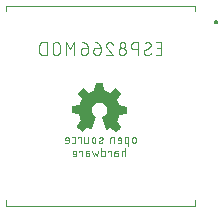
<source format=gbo>
G04 EAGLE Gerber RS-274X export*
G75*
%MOMM*%
%FSLAX34Y34*%
%LPD*%
%INSilkscreen Bottom*%
%IPPOS*%
%AMOC8*
5,1,8,0,0,1.08239X$1,22.5*%
G01*
%ADD10C,0.101600*%
%ADD11C,0.100000*%
%ADD12C,0.200000*%
%ADD13C,0.200000*%
%ADD14C,0.050800*%

G36*
X109140Y66472D02*
X109140Y66472D01*
X109192Y66477D01*
X109214Y66491D01*
X109225Y66493D01*
X109233Y66502D01*
X109262Y66520D01*
X110151Y67282D01*
X110152Y67283D01*
X110154Y67285D01*
X111297Y68301D01*
X111300Y68305D01*
X111308Y68311D01*
X112197Y69200D01*
X112200Y69204D01*
X112207Y69211D01*
X113223Y70354D01*
X113239Y70386D01*
X113253Y70402D01*
X113255Y70418D01*
X113279Y70457D01*
X113279Y70470D01*
X113284Y70481D01*
X113277Y70540D01*
X113276Y70598D01*
X113268Y70613D01*
X113267Y70621D01*
X113259Y70631D01*
X113239Y70671D01*
X109653Y75617D01*
X110459Y76998D01*
X110460Y77004D01*
X110467Y77013D01*
X110975Y78029D01*
X110977Y78041D01*
X110991Y78069D01*
X111372Y79339D01*
X111372Y79340D01*
X111373Y79342D01*
X111836Y80966D01*
X117901Y81956D01*
X117960Y81984D01*
X118020Y82010D01*
X118023Y82014D01*
X118028Y82017D01*
X118063Y82072D01*
X118100Y82126D01*
X118101Y82133D01*
X118103Y82136D01*
X118103Y82145D01*
X118113Y82206D01*
X118113Y87794D01*
X118095Y87857D01*
X118079Y87921D01*
X118076Y87924D01*
X118074Y87929D01*
X118025Y87973D01*
X117978Y88018D01*
X117971Y88020D01*
X117969Y88023D01*
X117960Y88024D01*
X117901Y88044D01*
X111815Y89038D01*
X111496Y89783D01*
X111119Y91163D01*
X111113Y91173D01*
X111105Y91202D01*
X110343Y92853D01*
X110337Y92860D01*
X110330Y92877D01*
X109652Y94008D01*
X113116Y99081D01*
X113136Y99140D01*
X113159Y99199D01*
X113157Y99207D01*
X113160Y99215D01*
X113145Y99276D01*
X113134Y99337D01*
X113127Y99346D01*
X113126Y99352D01*
X113117Y99360D01*
X113086Y99403D01*
X112457Y100033D01*
X111445Y101170D01*
X111441Y101173D01*
X111435Y101181D01*
X110165Y102451D01*
X110156Y102456D01*
X110141Y102472D01*
X108998Y103361D01*
X108951Y103380D01*
X108908Y103406D01*
X108887Y103405D01*
X108868Y103413D01*
X108818Y103404D01*
X108767Y103403D01*
X108741Y103389D01*
X108729Y103387D01*
X108720Y103379D01*
X108694Y103366D01*
X103747Y99779D01*
X102111Y100714D01*
X102100Y100716D01*
X102079Y100729D01*
X100809Y101237D01*
X100804Y101238D01*
X100795Y101242D01*
X99035Y101829D01*
X98044Y107775D01*
X98021Y107822D01*
X98005Y107873D01*
X97991Y107885D01*
X97983Y107902D01*
X97938Y107930D01*
X97898Y107964D01*
X97873Y107971D01*
X97863Y107977D01*
X97851Y107976D01*
X97819Y107985D01*
X96549Y108112D01*
X96541Y108111D01*
X96524Y108113D01*
X93603Y108113D01*
X93596Y108111D01*
X93582Y108112D01*
X92058Y107985D01*
X92008Y107966D01*
X91957Y107955D01*
X91944Y107942D01*
X91926Y107935D01*
X91895Y107893D01*
X91857Y107855D01*
X91849Y107831D01*
X91842Y107822D01*
X91841Y107810D01*
X91830Y107779D01*
X90717Y101721D01*
X89738Y101503D01*
X89727Y101497D01*
X89690Y101487D01*
X87404Y100471D01*
X87398Y100467D01*
X87384Y100461D01*
X86380Y99904D01*
X81303Y103495D01*
X81261Y103509D01*
X81224Y103532D01*
X81196Y103532D01*
X81170Y103541D01*
X81127Y103531D01*
X81083Y103530D01*
X81045Y103512D01*
X81033Y103509D01*
X81027Y103502D01*
X81010Y103494D01*
X80121Y102859D01*
X80116Y102853D01*
X80101Y102844D01*
X79085Y101955D01*
X79082Y101950D01*
X79073Y101943D01*
X77803Y100673D01*
X77799Y100665D01*
X77784Y100652D01*
X76768Y99382D01*
X76748Y99334D01*
X76721Y99290D01*
X76722Y99270D01*
X76714Y99252D01*
X76723Y99201D01*
X76724Y99149D01*
X76736Y99124D01*
X76738Y99113D01*
X76746Y99104D01*
X76760Y99076D01*
X80227Y94248D01*
X80172Y94138D01*
X79287Y92621D01*
X79285Y92612D01*
X79275Y92598D01*
X78640Y91201D01*
X78639Y91191D01*
X78629Y91170D01*
X78166Y89666D01*
X72094Y88551D01*
X72049Y88528D01*
X72000Y88513D01*
X71987Y88497D01*
X71968Y88488D01*
X71942Y88444D01*
X71909Y88406D01*
X71901Y88378D01*
X71895Y88367D01*
X71896Y88356D01*
X71888Y88327D01*
X71761Y87057D01*
X71761Y87056D01*
X71761Y87055D01*
X71634Y85658D01*
X71635Y85650D01*
X71633Y85635D01*
X71633Y82714D01*
X71650Y82653D01*
X71664Y82592D01*
X71670Y82586D01*
X71672Y82579D01*
X71719Y82537D01*
X71764Y82492D01*
X71773Y82489D01*
X71777Y82485D01*
X71788Y82483D01*
X71840Y82465D01*
X77903Y81351D01*
X78371Y79478D01*
X78375Y79472D01*
X78377Y79459D01*
X78885Y77935D01*
X78892Y77924D01*
X78906Y77887D01*
X79714Y76502D01*
X76123Y71301D01*
X76107Y71255D01*
X76084Y71213D01*
X76085Y71190D01*
X76078Y71167D01*
X76089Y71121D01*
X76092Y71073D01*
X76109Y71043D01*
X76112Y71030D01*
X76119Y71023D01*
X76131Y71002D01*
X77020Y69859D01*
X77025Y69855D01*
X77031Y69846D01*
X78047Y68703D01*
X78051Y68700D01*
X78057Y68692D01*
X78946Y67803D01*
X78951Y67800D01*
X78958Y67791D01*
X79974Y66902D01*
X80025Y66879D01*
X80072Y66849D01*
X80088Y66849D01*
X80102Y66843D01*
X80157Y66850D01*
X80213Y66850D01*
X80232Y66859D01*
X80242Y66861D01*
X80252Y66869D01*
X80286Y66886D01*
X85224Y70342D01*
X86605Y69422D01*
X86617Y69418D01*
X86648Y69399D01*
X88172Y68764D01*
X88189Y68762D01*
X88205Y68753D01*
X88258Y68754D01*
X88312Y68748D01*
X88328Y68756D01*
X88345Y68757D01*
X88390Y68786D01*
X88438Y68810D01*
X88448Y68825D01*
X88463Y68835D01*
X88504Y68904D01*
X92441Y78810D01*
X92447Y78874D01*
X92457Y78937D01*
X92454Y78943D01*
X92455Y78951D01*
X92426Y79008D01*
X92401Y79066D01*
X92394Y79072D01*
X92391Y79077D01*
X92382Y79082D01*
X92340Y79119D01*
X91197Y79828D01*
X90242Y80737D01*
X89492Y81822D01*
X88979Y83037D01*
X88725Y84331D01*
X88739Y85649D01*
X89023Y86937D01*
X89563Y88140D01*
X90337Y89207D01*
X91312Y90095D01*
X92448Y90765D01*
X93696Y91189D01*
X95004Y91349D01*
X96357Y91230D01*
X97652Y90823D01*
X98829Y90149D01*
X99835Y89238D01*
X100623Y88133D01*
X101156Y86885D01*
X101409Y85552D01*
X101371Y84195D01*
X101044Y82878D01*
X100442Y81662D01*
X99593Y80603D01*
X98538Y79750D01*
X97300Y79130D01*
X97249Y79083D01*
X97197Y79036D01*
X97197Y79035D01*
X97196Y79035D01*
X97178Y78967D01*
X97160Y78900D01*
X97160Y78899D01*
X97160Y78897D01*
X97174Y78820D01*
X100730Y68660D01*
X100750Y68633D01*
X100760Y68601D01*
X100790Y68577D01*
X100812Y68546D01*
X100843Y68533D01*
X100869Y68511D01*
X100907Y68507D01*
X100942Y68492D01*
X100975Y68498D01*
X101009Y68494D01*
X101075Y68516D01*
X101081Y68517D01*
X101082Y68518D01*
X101086Y68519D01*
X103873Y69973D01*
X108954Y66503D01*
X109005Y66486D01*
X109052Y66463D01*
X109071Y66465D01*
X109088Y66459D01*
X109140Y66472D01*
G37*
D10*
X142476Y131611D02*
X147358Y131611D01*
X147358Y142595D01*
X142476Y142595D01*
X143696Y137714D02*
X147358Y137714D01*
X135078Y131611D02*
X134982Y131613D01*
X134887Y131619D01*
X134791Y131628D01*
X134696Y131641D01*
X134602Y131658D01*
X134508Y131678D01*
X134415Y131703D01*
X134324Y131730D01*
X134233Y131762D01*
X134144Y131797D01*
X134056Y131835D01*
X133970Y131877D01*
X133885Y131922D01*
X133803Y131971D01*
X133722Y132022D01*
X133643Y132077D01*
X133567Y132135D01*
X133493Y132196D01*
X133421Y132260D01*
X133352Y132326D01*
X133286Y132395D01*
X133222Y132467D01*
X133161Y132541D01*
X133103Y132617D01*
X133048Y132696D01*
X132997Y132777D01*
X132948Y132859D01*
X132903Y132944D01*
X132861Y133030D01*
X132823Y133118D01*
X132788Y133207D01*
X132756Y133298D01*
X132729Y133389D01*
X132704Y133482D01*
X132684Y133576D01*
X132667Y133670D01*
X132654Y133765D01*
X132645Y133860D01*
X132639Y133956D01*
X132637Y134052D01*
X135078Y131611D02*
X135218Y131613D01*
X135359Y131619D01*
X135499Y131628D01*
X135639Y131642D01*
X135778Y131659D01*
X135917Y131680D01*
X136055Y131704D01*
X136192Y131733D01*
X136329Y131765D01*
X136465Y131801D01*
X136600Y131841D01*
X136733Y131884D01*
X136865Y131931D01*
X136996Y131981D01*
X137126Y132035D01*
X137254Y132093D01*
X137381Y132154D01*
X137505Y132218D01*
X137628Y132286D01*
X137749Y132357D01*
X137869Y132431D01*
X137986Y132509D01*
X138100Y132590D01*
X138213Y132673D01*
X138323Y132760D01*
X138431Y132850D01*
X138537Y132943D01*
X138639Y133038D01*
X138740Y133137D01*
X138435Y140154D02*
X138433Y140250D01*
X138427Y140346D01*
X138418Y140441D01*
X138405Y140536D01*
X138388Y140630D01*
X138368Y140724D01*
X138343Y140817D01*
X138316Y140908D01*
X138284Y140999D01*
X138249Y141088D01*
X138211Y141176D01*
X138169Y141262D01*
X138124Y141347D01*
X138075Y141429D01*
X138024Y141510D01*
X137969Y141589D01*
X137911Y141665D01*
X137850Y141739D01*
X137786Y141811D01*
X137720Y141880D01*
X137651Y141946D01*
X137579Y142010D01*
X137505Y142071D01*
X137429Y142129D01*
X137350Y142184D01*
X137269Y142235D01*
X137187Y142284D01*
X137102Y142329D01*
X137016Y142371D01*
X136928Y142409D01*
X136839Y142444D01*
X136748Y142476D01*
X136657Y142503D01*
X136564Y142528D01*
X136470Y142548D01*
X136376Y142565D01*
X136281Y142578D01*
X136186Y142587D01*
X136090Y142593D01*
X135994Y142595D01*
X135994Y142596D02*
X135860Y142594D01*
X135726Y142588D01*
X135593Y142578D01*
X135460Y142565D01*
X135327Y142547D01*
X135195Y142526D01*
X135063Y142500D01*
X134933Y142471D01*
X134803Y142438D01*
X134674Y142402D01*
X134547Y142361D01*
X134420Y142317D01*
X134295Y142269D01*
X134172Y142218D01*
X134050Y142162D01*
X133929Y142104D01*
X133811Y142042D01*
X133694Y141976D01*
X133579Y141907D01*
X133467Y141835D01*
X133356Y141759D01*
X133248Y141681D01*
X137214Y138018D02*
X137298Y138070D01*
X137380Y138125D01*
X137460Y138184D01*
X137537Y138246D01*
X137612Y138310D01*
X137684Y138378D01*
X137754Y138448D01*
X137821Y138522D01*
X137884Y138597D01*
X137945Y138676D01*
X138002Y138756D01*
X138057Y138839D01*
X138107Y138924D01*
X138155Y139011D01*
X138199Y139100D01*
X138239Y139190D01*
X138276Y139282D01*
X138309Y139375D01*
X138338Y139470D01*
X138363Y139566D01*
X138385Y139662D01*
X138402Y139760D01*
X138416Y139858D01*
X138426Y139956D01*
X138432Y140055D01*
X138434Y140154D01*
X133857Y136188D02*
X133773Y136136D01*
X133691Y136081D01*
X133611Y136022D01*
X133534Y135960D01*
X133459Y135896D01*
X133387Y135828D01*
X133317Y135758D01*
X133250Y135684D01*
X133187Y135609D01*
X133126Y135530D01*
X133069Y135450D01*
X133014Y135367D01*
X132964Y135282D01*
X132916Y135195D01*
X132872Y135106D01*
X132832Y135016D01*
X132795Y134924D01*
X132762Y134831D01*
X132733Y134736D01*
X132708Y134640D01*
X132686Y134544D01*
X132669Y134446D01*
X132655Y134348D01*
X132645Y134250D01*
X132639Y134151D01*
X132637Y134052D01*
X133858Y136188D02*
X137214Y138019D01*
X127775Y142595D02*
X127775Y131611D01*
X127775Y142595D02*
X124724Y142595D01*
X124615Y142593D01*
X124506Y142587D01*
X124398Y142578D01*
X124290Y142564D01*
X124182Y142547D01*
X124075Y142525D01*
X123969Y142500D01*
X123864Y142471D01*
X123760Y142439D01*
X123658Y142403D01*
X123556Y142363D01*
X123457Y142319D01*
X123358Y142272D01*
X123262Y142222D01*
X123167Y142168D01*
X123075Y142111D01*
X122984Y142050D01*
X122896Y141986D01*
X122810Y141920D01*
X122726Y141850D01*
X122645Y141777D01*
X122567Y141701D01*
X122491Y141623D01*
X122418Y141542D01*
X122348Y141458D01*
X122282Y141372D01*
X122218Y141284D01*
X122157Y141193D01*
X122100Y141101D01*
X122046Y141006D01*
X121996Y140910D01*
X121949Y140811D01*
X121905Y140712D01*
X121865Y140610D01*
X121829Y140508D01*
X121797Y140404D01*
X121768Y140299D01*
X121743Y140193D01*
X121721Y140086D01*
X121704Y139978D01*
X121690Y139870D01*
X121681Y139762D01*
X121675Y139653D01*
X121673Y139544D01*
X121675Y139435D01*
X121681Y139326D01*
X121690Y139218D01*
X121704Y139110D01*
X121721Y139002D01*
X121743Y138895D01*
X121768Y138789D01*
X121797Y138684D01*
X121829Y138580D01*
X121865Y138478D01*
X121905Y138376D01*
X121949Y138277D01*
X121996Y138178D01*
X122046Y138082D01*
X122100Y137987D01*
X122157Y137895D01*
X122218Y137804D01*
X122282Y137716D01*
X122348Y137630D01*
X122418Y137546D01*
X122491Y137465D01*
X122567Y137387D01*
X122645Y137311D01*
X122726Y137238D01*
X122810Y137168D01*
X122896Y137102D01*
X122984Y137038D01*
X123075Y136977D01*
X123167Y136920D01*
X123262Y136866D01*
X123358Y136816D01*
X123457Y136769D01*
X123556Y136725D01*
X123658Y136685D01*
X123760Y136649D01*
X123864Y136617D01*
X123969Y136588D01*
X124075Y136563D01*
X124182Y136541D01*
X124290Y136524D01*
X124398Y136510D01*
X124506Y136501D01*
X124615Y136495D01*
X124724Y136493D01*
X127775Y136493D01*
X117500Y134662D02*
X117498Y134771D01*
X117492Y134880D01*
X117483Y134988D01*
X117469Y135096D01*
X117452Y135204D01*
X117430Y135311D01*
X117405Y135417D01*
X117376Y135522D01*
X117344Y135626D01*
X117308Y135728D01*
X117268Y135830D01*
X117224Y135929D01*
X117177Y136028D01*
X117127Y136124D01*
X117073Y136219D01*
X117016Y136311D01*
X116955Y136402D01*
X116891Y136490D01*
X116825Y136576D01*
X116755Y136660D01*
X116682Y136741D01*
X116606Y136819D01*
X116528Y136895D01*
X116447Y136968D01*
X116363Y137038D01*
X116277Y137104D01*
X116189Y137168D01*
X116098Y137229D01*
X116006Y137286D01*
X115911Y137340D01*
X115815Y137390D01*
X115716Y137437D01*
X115617Y137481D01*
X115515Y137521D01*
X115413Y137557D01*
X115309Y137589D01*
X115204Y137618D01*
X115098Y137643D01*
X114991Y137665D01*
X114883Y137682D01*
X114775Y137696D01*
X114667Y137705D01*
X114558Y137711D01*
X114449Y137713D01*
X114340Y137711D01*
X114231Y137705D01*
X114123Y137696D01*
X114015Y137682D01*
X113907Y137665D01*
X113800Y137643D01*
X113694Y137618D01*
X113589Y137589D01*
X113485Y137557D01*
X113383Y137521D01*
X113281Y137481D01*
X113182Y137437D01*
X113083Y137390D01*
X112987Y137340D01*
X112892Y137286D01*
X112800Y137229D01*
X112709Y137168D01*
X112621Y137104D01*
X112535Y137038D01*
X112451Y136968D01*
X112370Y136895D01*
X112292Y136819D01*
X112216Y136741D01*
X112143Y136660D01*
X112073Y136576D01*
X112007Y136490D01*
X111943Y136402D01*
X111882Y136311D01*
X111825Y136219D01*
X111771Y136124D01*
X111721Y136028D01*
X111674Y135929D01*
X111630Y135830D01*
X111590Y135728D01*
X111554Y135626D01*
X111522Y135522D01*
X111493Y135417D01*
X111468Y135311D01*
X111446Y135204D01*
X111429Y135096D01*
X111415Y134988D01*
X111406Y134880D01*
X111400Y134771D01*
X111398Y134662D01*
X111400Y134553D01*
X111406Y134444D01*
X111415Y134336D01*
X111429Y134228D01*
X111446Y134120D01*
X111468Y134013D01*
X111493Y133907D01*
X111522Y133802D01*
X111554Y133698D01*
X111590Y133596D01*
X111630Y133494D01*
X111674Y133395D01*
X111721Y133296D01*
X111771Y133200D01*
X111825Y133105D01*
X111882Y133013D01*
X111943Y132922D01*
X112007Y132834D01*
X112073Y132748D01*
X112143Y132664D01*
X112216Y132583D01*
X112292Y132505D01*
X112370Y132429D01*
X112451Y132356D01*
X112535Y132286D01*
X112621Y132220D01*
X112709Y132156D01*
X112800Y132095D01*
X112892Y132038D01*
X112987Y131984D01*
X113083Y131934D01*
X113182Y131887D01*
X113281Y131843D01*
X113383Y131803D01*
X113485Y131767D01*
X113589Y131735D01*
X113694Y131706D01*
X113800Y131681D01*
X113907Y131659D01*
X114015Y131642D01*
X114123Y131628D01*
X114231Y131619D01*
X114340Y131613D01*
X114449Y131611D01*
X114558Y131613D01*
X114667Y131619D01*
X114775Y131628D01*
X114883Y131642D01*
X114991Y131659D01*
X115098Y131681D01*
X115204Y131706D01*
X115309Y131735D01*
X115413Y131767D01*
X115515Y131803D01*
X115617Y131843D01*
X115716Y131887D01*
X115815Y131934D01*
X115911Y131984D01*
X116006Y132038D01*
X116098Y132095D01*
X116189Y132156D01*
X116277Y132220D01*
X116363Y132286D01*
X116447Y132356D01*
X116528Y132429D01*
X116606Y132505D01*
X116682Y132583D01*
X116755Y132664D01*
X116825Y132748D01*
X116891Y132834D01*
X116955Y132922D01*
X117016Y133013D01*
X117073Y133105D01*
X117127Y133200D01*
X117177Y133296D01*
X117224Y133395D01*
X117268Y133494D01*
X117308Y133596D01*
X117344Y133698D01*
X117376Y133802D01*
X117405Y133907D01*
X117430Y134013D01*
X117452Y134120D01*
X117469Y134228D01*
X117483Y134336D01*
X117492Y134444D01*
X117498Y134553D01*
X117500Y134662D01*
X116890Y140154D02*
X116888Y140251D01*
X116882Y140348D01*
X116873Y140445D01*
X116859Y140541D01*
X116842Y140636D01*
X116821Y140731D01*
X116796Y140825D01*
X116768Y140918D01*
X116735Y141009D01*
X116700Y141099D01*
X116660Y141188D01*
X116617Y141275D01*
X116571Y141360D01*
X116521Y141444D01*
X116468Y141525D01*
X116412Y141604D01*
X116353Y141681D01*
X116291Y141756D01*
X116226Y141828D01*
X116158Y141897D01*
X116087Y141964D01*
X116014Y142027D01*
X115938Y142088D01*
X115860Y142146D01*
X115780Y142200D01*
X115697Y142252D01*
X115613Y142300D01*
X115527Y142344D01*
X115439Y142385D01*
X115349Y142423D01*
X115258Y142457D01*
X115166Y142487D01*
X115073Y142514D01*
X114979Y142537D01*
X114883Y142556D01*
X114788Y142571D01*
X114691Y142583D01*
X114595Y142591D01*
X114498Y142595D01*
X114400Y142595D01*
X114303Y142591D01*
X114207Y142583D01*
X114110Y142571D01*
X114015Y142556D01*
X113919Y142537D01*
X113825Y142514D01*
X113732Y142487D01*
X113640Y142457D01*
X113549Y142423D01*
X113459Y142385D01*
X113371Y142344D01*
X113285Y142300D01*
X113201Y142252D01*
X113118Y142200D01*
X113038Y142146D01*
X112960Y142088D01*
X112884Y142027D01*
X112811Y141964D01*
X112740Y141897D01*
X112672Y141828D01*
X112607Y141756D01*
X112545Y141681D01*
X112486Y141604D01*
X112430Y141525D01*
X112377Y141444D01*
X112327Y141360D01*
X112281Y141275D01*
X112238Y141188D01*
X112198Y141099D01*
X112163Y141009D01*
X112130Y140918D01*
X112102Y140825D01*
X112077Y140731D01*
X112056Y140636D01*
X112039Y140541D01*
X112025Y140445D01*
X112016Y140348D01*
X112010Y140251D01*
X112008Y140154D01*
X112010Y140057D01*
X112016Y139960D01*
X112025Y139863D01*
X112039Y139767D01*
X112056Y139672D01*
X112077Y139577D01*
X112102Y139483D01*
X112130Y139390D01*
X112163Y139299D01*
X112198Y139209D01*
X112238Y139120D01*
X112281Y139033D01*
X112327Y138948D01*
X112377Y138864D01*
X112430Y138783D01*
X112486Y138704D01*
X112545Y138627D01*
X112607Y138552D01*
X112672Y138480D01*
X112740Y138411D01*
X112811Y138344D01*
X112884Y138281D01*
X112960Y138220D01*
X113038Y138162D01*
X113118Y138108D01*
X113201Y138056D01*
X113285Y138008D01*
X113371Y137964D01*
X113459Y137923D01*
X113549Y137885D01*
X113640Y137851D01*
X113732Y137821D01*
X113825Y137794D01*
X113919Y137771D01*
X114015Y137752D01*
X114110Y137737D01*
X114207Y137725D01*
X114303Y137717D01*
X114400Y137713D01*
X114498Y137713D01*
X114595Y137717D01*
X114691Y137725D01*
X114788Y137737D01*
X114883Y137752D01*
X114979Y137771D01*
X115073Y137794D01*
X115166Y137821D01*
X115258Y137851D01*
X115349Y137885D01*
X115439Y137923D01*
X115527Y137964D01*
X115613Y138008D01*
X115697Y138056D01*
X115780Y138108D01*
X115860Y138162D01*
X115938Y138220D01*
X116014Y138281D01*
X116087Y138344D01*
X116158Y138411D01*
X116226Y138480D01*
X116291Y138552D01*
X116353Y138627D01*
X116412Y138704D01*
X116468Y138783D01*
X116521Y138864D01*
X116571Y138948D01*
X116617Y139033D01*
X116660Y139120D01*
X116700Y139209D01*
X116735Y139299D01*
X116768Y139390D01*
X116796Y139483D01*
X116821Y139577D01*
X116842Y139672D01*
X116859Y139767D01*
X116873Y139863D01*
X116882Y139960D01*
X116888Y140057D01*
X116890Y140154D01*
X103343Y142595D02*
X103240Y142593D01*
X103138Y142587D01*
X103036Y142578D01*
X102934Y142564D01*
X102832Y142547D01*
X102732Y142526D01*
X102632Y142501D01*
X102534Y142473D01*
X102436Y142441D01*
X102340Y142405D01*
X102245Y142366D01*
X102152Y142323D01*
X102060Y142277D01*
X101970Y142227D01*
X101882Y142174D01*
X101796Y142118D01*
X101712Y142058D01*
X101631Y141996D01*
X101552Y141930D01*
X101475Y141862D01*
X101401Y141791D01*
X101330Y141717D01*
X101262Y141640D01*
X101196Y141561D01*
X101134Y141480D01*
X101074Y141396D01*
X101018Y141310D01*
X100965Y141222D01*
X100915Y141132D01*
X100869Y141040D01*
X100826Y140947D01*
X100787Y140852D01*
X100751Y140756D01*
X100719Y140658D01*
X100691Y140560D01*
X100666Y140460D01*
X100645Y140360D01*
X100628Y140258D01*
X100614Y140156D01*
X100605Y140054D01*
X100599Y139952D01*
X100597Y139849D01*
X103343Y142596D02*
X103460Y142594D01*
X103576Y142588D01*
X103693Y142579D01*
X103809Y142565D01*
X103924Y142548D01*
X104039Y142527D01*
X104153Y142502D01*
X104266Y142473D01*
X104378Y142441D01*
X104489Y142405D01*
X104599Y142365D01*
X104708Y142321D01*
X104814Y142274D01*
X104920Y142224D01*
X105023Y142170D01*
X105125Y142113D01*
X105225Y142052D01*
X105323Y141988D01*
X105418Y141921D01*
X105511Y141851D01*
X105602Y141778D01*
X105691Y141701D01*
X105777Y141622D01*
X105860Y141540D01*
X105940Y141456D01*
X106018Y141369D01*
X106092Y141279D01*
X106164Y141187D01*
X106233Y141092D01*
X106298Y140995D01*
X106360Y140897D01*
X106419Y140796D01*
X106474Y140693D01*
X106527Y140588D01*
X106575Y140482D01*
X106620Y140375D01*
X106662Y140265D01*
X106699Y140155D01*
X101513Y137714D02*
X101439Y137786D01*
X101368Y137862D01*
X101299Y137940D01*
X101234Y138020D01*
X101171Y138103D01*
X101111Y138187D01*
X101054Y138274D01*
X101000Y138363D01*
X100949Y138454D01*
X100902Y138546D01*
X100857Y138640D01*
X100816Y138735D01*
X100779Y138832D01*
X100745Y138930D01*
X100714Y139029D01*
X100687Y139130D01*
X100664Y139231D01*
X100644Y139333D01*
X100627Y139435D01*
X100614Y139538D01*
X100605Y139642D01*
X100600Y139745D01*
X100598Y139849D01*
X101513Y137714D02*
X106700Y131611D01*
X100597Y131611D01*
X95900Y137714D02*
X92238Y137714D01*
X92140Y137712D01*
X92042Y137706D01*
X91944Y137696D01*
X91846Y137682D01*
X91750Y137665D01*
X91654Y137643D01*
X91559Y137618D01*
X91465Y137588D01*
X91372Y137555D01*
X91281Y137519D01*
X91192Y137478D01*
X91104Y137434D01*
X91018Y137387D01*
X90933Y137336D01*
X90851Y137282D01*
X90772Y137224D01*
X90694Y137164D01*
X90619Y137100D01*
X90547Y137033D01*
X90478Y136964D01*
X90411Y136892D01*
X90347Y136817D01*
X90287Y136739D01*
X90229Y136660D01*
X90175Y136578D01*
X90124Y136494D01*
X90077Y136407D01*
X90033Y136319D01*
X89992Y136230D01*
X89956Y136139D01*
X89923Y136046D01*
X89893Y135952D01*
X89868Y135857D01*
X89846Y135761D01*
X89829Y135665D01*
X89815Y135567D01*
X89805Y135469D01*
X89799Y135371D01*
X89797Y135273D01*
X89797Y134662D01*
X89798Y134662D02*
X89800Y134553D01*
X89806Y134444D01*
X89815Y134336D01*
X89829Y134228D01*
X89846Y134120D01*
X89868Y134013D01*
X89893Y133907D01*
X89922Y133802D01*
X89954Y133698D01*
X89990Y133596D01*
X90030Y133494D01*
X90074Y133395D01*
X90121Y133296D01*
X90171Y133200D01*
X90225Y133105D01*
X90282Y133013D01*
X90343Y132922D01*
X90407Y132834D01*
X90473Y132748D01*
X90543Y132664D01*
X90616Y132583D01*
X90692Y132505D01*
X90770Y132429D01*
X90851Y132356D01*
X90935Y132286D01*
X91021Y132220D01*
X91109Y132156D01*
X91200Y132095D01*
X91292Y132038D01*
X91387Y131984D01*
X91483Y131934D01*
X91582Y131887D01*
X91681Y131843D01*
X91783Y131803D01*
X91885Y131767D01*
X91989Y131735D01*
X92094Y131706D01*
X92200Y131681D01*
X92307Y131659D01*
X92415Y131642D01*
X92523Y131628D01*
X92631Y131619D01*
X92740Y131613D01*
X92849Y131611D01*
X92958Y131613D01*
X93067Y131619D01*
X93175Y131628D01*
X93283Y131642D01*
X93391Y131659D01*
X93498Y131681D01*
X93604Y131706D01*
X93709Y131735D01*
X93813Y131767D01*
X93915Y131803D01*
X94017Y131843D01*
X94116Y131887D01*
X94215Y131934D01*
X94311Y131984D01*
X94406Y132038D01*
X94498Y132095D01*
X94589Y132156D01*
X94677Y132220D01*
X94763Y132286D01*
X94847Y132356D01*
X94928Y132429D01*
X95006Y132505D01*
X95082Y132583D01*
X95155Y132664D01*
X95225Y132748D01*
X95291Y132834D01*
X95355Y132922D01*
X95416Y133013D01*
X95473Y133105D01*
X95527Y133200D01*
X95577Y133296D01*
X95624Y133395D01*
X95668Y133494D01*
X95708Y133596D01*
X95744Y133698D01*
X95776Y133802D01*
X95805Y133907D01*
X95830Y134013D01*
X95852Y134120D01*
X95869Y134228D01*
X95883Y134336D01*
X95892Y134444D01*
X95898Y134553D01*
X95900Y134662D01*
X95900Y137714D01*
X95898Y137851D01*
X95892Y137988D01*
X95883Y138124D01*
X95869Y138261D01*
X95852Y138396D01*
X95831Y138532D01*
X95806Y138666D01*
X95778Y138800D01*
X95745Y138933D01*
X95709Y139066D01*
X95669Y139197D01*
X95626Y139326D01*
X95579Y139455D01*
X95528Y139582D01*
X95474Y139708D01*
X95417Y139832D01*
X95355Y139955D01*
X95291Y140076D01*
X95223Y140194D01*
X95152Y140311D01*
X95077Y140426D01*
X95000Y140539D01*
X94919Y140650D01*
X94835Y140758D01*
X94748Y140864D01*
X94658Y140967D01*
X94566Y141068D01*
X94470Y141166D01*
X94372Y141262D01*
X94271Y141354D01*
X94168Y141444D01*
X94062Y141531D01*
X93954Y141615D01*
X93843Y141696D01*
X93730Y141773D01*
X93615Y141848D01*
X93498Y141919D01*
X93380Y141987D01*
X93259Y142051D01*
X93136Y142113D01*
X93012Y142170D01*
X92886Y142224D01*
X92759Y142275D01*
X92630Y142322D01*
X92501Y142365D01*
X92370Y142405D01*
X92237Y142441D01*
X92104Y142474D01*
X91970Y142502D01*
X91836Y142527D01*
X91700Y142548D01*
X91565Y142565D01*
X91428Y142579D01*
X91292Y142588D01*
X91155Y142594D01*
X91018Y142596D01*
X85100Y137714D02*
X81438Y137714D01*
X81340Y137712D01*
X81242Y137706D01*
X81144Y137696D01*
X81046Y137682D01*
X80950Y137665D01*
X80854Y137643D01*
X80759Y137618D01*
X80665Y137588D01*
X80572Y137555D01*
X80481Y137519D01*
X80392Y137478D01*
X80304Y137434D01*
X80218Y137387D01*
X80133Y137336D01*
X80051Y137282D01*
X79972Y137224D01*
X79894Y137164D01*
X79819Y137100D01*
X79747Y137033D01*
X79678Y136964D01*
X79611Y136892D01*
X79547Y136817D01*
X79487Y136739D01*
X79429Y136660D01*
X79375Y136578D01*
X79324Y136494D01*
X79277Y136407D01*
X79233Y136319D01*
X79192Y136230D01*
X79156Y136139D01*
X79123Y136046D01*
X79093Y135952D01*
X79068Y135857D01*
X79046Y135761D01*
X79029Y135665D01*
X79015Y135567D01*
X79005Y135469D01*
X78999Y135371D01*
X78997Y135273D01*
X78998Y135273D02*
X78998Y134662D01*
X79000Y134553D01*
X79006Y134444D01*
X79015Y134336D01*
X79029Y134228D01*
X79046Y134120D01*
X79068Y134013D01*
X79093Y133907D01*
X79122Y133802D01*
X79154Y133698D01*
X79190Y133596D01*
X79230Y133494D01*
X79274Y133395D01*
X79321Y133296D01*
X79371Y133200D01*
X79425Y133105D01*
X79482Y133013D01*
X79543Y132922D01*
X79607Y132834D01*
X79673Y132748D01*
X79743Y132664D01*
X79816Y132583D01*
X79892Y132505D01*
X79970Y132429D01*
X80051Y132356D01*
X80135Y132286D01*
X80221Y132220D01*
X80309Y132156D01*
X80400Y132095D01*
X80492Y132038D01*
X80587Y131984D01*
X80683Y131934D01*
X80782Y131887D01*
X80881Y131843D01*
X80983Y131803D01*
X81085Y131767D01*
X81189Y131735D01*
X81294Y131706D01*
X81400Y131681D01*
X81507Y131659D01*
X81615Y131642D01*
X81723Y131628D01*
X81831Y131619D01*
X81940Y131613D01*
X82049Y131611D01*
X82158Y131613D01*
X82267Y131619D01*
X82375Y131628D01*
X82483Y131642D01*
X82591Y131659D01*
X82698Y131681D01*
X82804Y131706D01*
X82909Y131735D01*
X83013Y131767D01*
X83115Y131803D01*
X83217Y131843D01*
X83316Y131887D01*
X83415Y131934D01*
X83511Y131984D01*
X83606Y132038D01*
X83698Y132095D01*
X83789Y132156D01*
X83877Y132220D01*
X83963Y132286D01*
X84047Y132356D01*
X84128Y132429D01*
X84206Y132505D01*
X84282Y132583D01*
X84355Y132664D01*
X84425Y132748D01*
X84491Y132834D01*
X84555Y132922D01*
X84616Y133013D01*
X84673Y133105D01*
X84727Y133200D01*
X84777Y133296D01*
X84824Y133395D01*
X84868Y133494D01*
X84908Y133596D01*
X84944Y133698D01*
X84976Y133802D01*
X85005Y133907D01*
X85030Y134013D01*
X85052Y134120D01*
X85069Y134228D01*
X85083Y134336D01*
X85092Y134444D01*
X85098Y134553D01*
X85100Y134662D01*
X85100Y137714D01*
X85098Y137851D01*
X85092Y137988D01*
X85083Y138124D01*
X85069Y138261D01*
X85052Y138396D01*
X85031Y138532D01*
X85006Y138666D01*
X84978Y138800D01*
X84945Y138933D01*
X84909Y139066D01*
X84869Y139197D01*
X84826Y139326D01*
X84779Y139455D01*
X84728Y139582D01*
X84674Y139708D01*
X84617Y139832D01*
X84555Y139955D01*
X84491Y140076D01*
X84423Y140194D01*
X84352Y140311D01*
X84277Y140426D01*
X84200Y140539D01*
X84119Y140650D01*
X84035Y140758D01*
X83948Y140864D01*
X83858Y140967D01*
X83766Y141068D01*
X83670Y141166D01*
X83572Y141262D01*
X83471Y141354D01*
X83368Y141444D01*
X83262Y141531D01*
X83154Y141615D01*
X83043Y141696D01*
X82930Y141773D01*
X82815Y141848D01*
X82698Y141919D01*
X82580Y141987D01*
X82459Y142051D01*
X82336Y142113D01*
X82212Y142170D01*
X82086Y142224D01*
X81959Y142275D01*
X81830Y142322D01*
X81701Y142365D01*
X81570Y142405D01*
X81437Y142441D01*
X81304Y142474D01*
X81170Y142502D01*
X81036Y142527D01*
X80900Y142548D01*
X80765Y142565D01*
X80628Y142579D01*
X80492Y142588D01*
X80355Y142594D01*
X80218Y142596D01*
X73830Y142595D02*
X73830Y131611D01*
X70169Y136493D02*
X73830Y142595D01*
X70169Y136493D02*
X66507Y142595D01*
X66507Y131611D01*
X61340Y134662D02*
X61340Y139544D01*
X61338Y139653D01*
X61332Y139762D01*
X61323Y139870D01*
X61309Y139978D01*
X61292Y140086D01*
X61270Y140193D01*
X61245Y140299D01*
X61216Y140404D01*
X61184Y140508D01*
X61148Y140610D01*
X61108Y140712D01*
X61064Y140811D01*
X61017Y140910D01*
X60967Y141006D01*
X60913Y141101D01*
X60856Y141193D01*
X60795Y141284D01*
X60731Y141372D01*
X60665Y141458D01*
X60595Y141542D01*
X60522Y141623D01*
X60446Y141701D01*
X60368Y141777D01*
X60287Y141850D01*
X60203Y141920D01*
X60117Y141986D01*
X60029Y142050D01*
X59938Y142111D01*
X59846Y142168D01*
X59751Y142222D01*
X59655Y142272D01*
X59556Y142319D01*
X59457Y142363D01*
X59355Y142403D01*
X59253Y142439D01*
X59149Y142471D01*
X59044Y142500D01*
X58938Y142525D01*
X58831Y142547D01*
X58723Y142564D01*
X58615Y142578D01*
X58507Y142587D01*
X58398Y142593D01*
X58289Y142595D01*
X58180Y142593D01*
X58071Y142587D01*
X57963Y142578D01*
X57855Y142564D01*
X57747Y142547D01*
X57640Y142525D01*
X57534Y142500D01*
X57429Y142471D01*
X57325Y142439D01*
X57223Y142403D01*
X57121Y142363D01*
X57022Y142319D01*
X56923Y142272D01*
X56827Y142222D01*
X56732Y142168D01*
X56640Y142111D01*
X56549Y142050D01*
X56461Y141986D01*
X56375Y141920D01*
X56291Y141850D01*
X56210Y141777D01*
X56132Y141701D01*
X56056Y141623D01*
X55983Y141542D01*
X55913Y141458D01*
X55847Y141372D01*
X55783Y141284D01*
X55722Y141193D01*
X55665Y141101D01*
X55611Y141006D01*
X55561Y140910D01*
X55514Y140811D01*
X55470Y140712D01*
X55430Y140610D01*
X55394Y140508D01*
X55362Y140404D01*
X55333Y140299D01*
X55308Y140193D01*
X55286Y140086D01*
X55269Y139978D01*
X55255Y139870D01*
X55246Y139762D01*
X55240Y139653D01*
X55238Y139544D01*
X55238Y134662D01*
X55240Y134553D01*
X55246Y134444D01*
X55255Y134336D01*
X55269Y134228D01*
X55286Y134120D01*
X55308Y134013D01*
X55333Y133907D01*
X55362Y133802D01*
X55394Y133698D01*
X55430Y133596D01*
X55470Y133494D01*
X55514Y133395D01*
X55561Y133296D01*
X55611Y133200D01*
X55665Y133105D01*
X55722Y133013D01*
X55783Y132922D01*
X55847Y132834D01*
X55913Y132748D01*
X55983Y132664D01*
X56056Y132583D01*
X56132Y132505D01*
X56210Y132429D01*
X56291Y132356D01*
X56375Y132286D01*
X56461Y132220D01*
X56549Y132156D01*
X56640Y132095D01*
X56732Y132038D01*
X56827Y131984D01*
X56923Y131934D01*
X57022Y131887D01*
X57121Y131843D01*
X57223Y131803D01*
X57325Y131767D01*
X57429Y131735D01*
X57534Y131706D01*
X57640Y131681D01*
X57747Y131659D01*
X57855Y131642D01*
X57963Y131628D01*
X58071Y131619D01*
X58180Y131613D01*
X58289Y131611D01*
X58398Y131613D01*
X58507Y131619D01*
X58615Y131628D01*
X58723Y131642D01*
X58831Y131659D01*
X58938Y131681D01*
X59044Y131706D01*
X59149Y131735D01*
X59253Y131767D01*
X59355Y131803D01*
X59457Y131843D01*
X59556Y131887D01*
X59655Y131934D01*
X59751Y131984D01*
X59846Y132038D01*
X59938Y132095D01*
X60029Y132156D01*
X60117Y132220D01*
X60203Y132286D01*
X60287Y132356D01*
X60368Y132429D01*
X60446Y132505D01*
X60522Y132583D01*
X60595Y132664D01*
X60665Y132748D01*
X60731Y132834D01*
X60795Y132922D01*
X60856Y133013D01*
X60913Y133105D01*
X60967Y133200D01*
X61017Y133296D01*
X61064Y133395D01*
X61108Y133494D01*
X61148Y133596D01*
X61184Y133698D01*
X61216Y133802D01*
X61245Y133907D01*
X61270Y134013D01*
X61292Y134120D01*
X61309Y134228D01*
X61323Y134336D01*
X61332Y134444D01*
X61338Y134553D01*
X61340Y134662D01*
X50180Y131611D02*
X50180Y142595D01*
X47129Y142595D01*
X47020Y142593D01*
X46911Y142587D01*
X46803Y142578D01*
X46695Y142564D01*
X46587Y142547D01*
X46480Y142525D01*
X46374Y142500D01*
X46269Y142471D01*
X46165Y142439D01*
X46063Y142403D01*
X45961Y142363D01*
X45862Y142319D01*
X45763Y142272D01*
X45667Y142222D01*
X45572Y142168D01*
X45480Y142111D01*
X45389Y142050D01*
X45301Y141986D01*
X45215Y141920D01*
X45131Y141850D01*
X45050Y141777D01*
X44972Y141701D01*
X44896Y141623D01*
X44823Y141542D01*
X44753Y141458D01*
X44687Y141372D01*
X44623Y141284D01*
X44562Y141193D01*
X44505Y141101D01*
X44451Y141006D01*
X44401Y140910D01*
X44354Y140811D01*
X44310Y140712D01*
X44270Y140610D01*
X44234Y140508D01*
X44202Y140404D01*
X44173Y140299D01*
X44148Y140193D01*
X44126Y140086D01*
X44109Y139978D01*
X44095Y139870D01*
X44086Y139762D01*
X44080Y139653D01*
X44078Y139544D01*
X44078Y134662D01*
X44080Y134553D01*
X44086Y134444D01*
X44095Y134336D01*
X44109Y134228D01*
X44126Y134120D01*
X44148Y134013D01*
X44173Y133907D01*
X44202Y133802D01*
X44234Y133698D01*
X44270Y133596D01*
X44310Y133494D01*
X44354Y133395D01*
X44401Y133296D01*
X44451Y133200D01*
X44505Y133105D01*
X44562Y133013D01*
X44623Y132922D01*
X44687Y132834D01*
X44753Y132748D01*
X44823Y132664D01*
X44896Y132583D01*
X44972Y132505D01*
X45050Y132429D01*
X45131Y132356D01*
X45215Y132286D01*
X45301Y132220D01*
X45389Y132156D01*
X45480Y132095D01*
X45572Y132038D01*
X45667Y131984D01*
X45763Y131934D01*
X45862Y131887D01*
X45961Y131843D01*
X46063Y131803D01*
X46165Y131767D01*
X46269Y131735D01*
X46374Y131706D01*
X46480Y131681D01*
X46587Y131659D01*
X46695Y131642D01*
X46803Y131628D01*
X46911Y131619D01*
X47020Y131613D01*
X47129Y131611D01*
X50180Y131611D01*
D11*
X175806Y168548D02*
X175806Y173548D01*
X15806Y173548D01*
X15806Y168548D01*
X175806Y8548D02*
X175806Y3548D01*
X15806Y3548D01*
X15806Y8548D01*
D12*
X193806Y160548D03*
D13*
X193868Y160546D01*
X193929Y160540D01*
X193990Y160531D01*
X194050Y160518D01*
X194109Y160501D01*
X194167Y160480D01*
X194224Y160456D01*
X194279Y160429D01*
X194332Y160398D01*
X194384Y160364D01*
X194433Y160327D01*
X194480Y160287D01*
X194524Y160244D01*
X194565Y160199D01*
X194604Y160151D01*
X194640Y160100D01*
X194672Y160048D01*
X194701Y159994D01*
X194727Y159938D01*
X194749Y159880D01*
X194768Y159822D01*
X194783Y159762D01*
X194794Y159701D01*
X194802Y159640D01*
X194806Y159579D01*
X194806Y159517D01*
X194802Y159456D01*
X194794Y159395D01*
X194783Y159334D01*
X194768Y159274D01*
X194749Y159216D01*
X194727Y159158D01*
X194701Y159102D01*
X194672Y159048D01*
X194640Y158996D01*
X194604Y158945D01*
X194565Y158897D01*
X194524Y158852D01*
X194480Y158809D01*
X194433Y158769D01*
X194384Y158732D01*
X194332Y158698D01*
X194279Y158667D01*
X194224Y158640D01*
X194167Y158616D01*
X194109Y158595D01*
X194050Y158578D01*
X193990Y158565D01*
X193929Y158556D01*
X193868Y158550D01*
X193806Y158548D01*
D12*
X193806Y158548D03*
D13*
X193744Y158550D01*
X193683Y158556D01*
X193622Y158565D01*
X193562Y158578D01*
X193503Y158595D01*
X193445Y158616D01*
X193388Y158640D01*
X193333Y158667D01*
X193280Y158698D01*
X193228Y158732D01*
X193179Y158769D01*
X193132Y158809D01*
X193088Y158852D01*
X193047Y158897D01*
X193008Y158945D01*
X192972Y158996D01*
X192940Y159048D01*
X192911Y159102D01*
X192885Y159158D01*
X192863Y159216D01*
X192844Y159274D01*
X192829Y159334D01*
X192818Y159395D01*
X192810Y159456D01*
X192806Y159517D01*
X192806Y159579D01*
X192810Y159640D01*
X192818Y159701D01*
X192829Y159762D01*
X192844Y159822D01*
X192863Y159880D01*
X192885Y159938D01*
X192911Y159994D01*
X192940Y160048D01*
X192972Y160100D01*
X193008Y160151D01*
X193047Y160199D01*
X193088Y160244D01*
X193132Y160287D01*
X193179Y160327D01*
X193228Y160364D01*
X193280Y160398D01*
X193333Y160429D01*
X193388Y160456D01*
X193445Y160480D01*
X193503Y160501D01*
X193562Y160518D01*
X193622Y160531D01*
X193683Y160540D01*
X193744Y160546D01*
X193806Y160548D01*
D14*
X125669Y60475D02*
X125669Y58894D01*
X125668Y60475D02*
X125666Y60554D01*
X125660Y60632D01*
X125650Y60710D01*
X125637Y60788D01*
X125619Y60865D01*
X125598Y60941D01*
X125573Y61015D01*
X125544Y61089D01*
X125512Y61161D01*
X125476Y61231D01*
X125436Y61299D01*
X125393Y61365D01*
X125347Y61429D01*
X125298Y61491D01*
X125246Y61550D01*
X125191Y61606D01*
X125133Y61660D01*
X125073Y61710D01*
X125010Y61758D01*
X124945Y61802D01*
X124878Y61843D01*
X124809Y61881D01*
X124738Y61915D01*
X124665Y61946D01*
X124591Y61973D01*
X124516Y61996D01*
X124440Y62015D01*
X124362Y62031D01*
X124284Y62043D01*
X124206Y62051D01*
X124127Y62055D01*
X124049Y62055D01*
X123970Y62051D01*
X123892Y62043D01*
X123814Y62031D01*
X123736Y62015D01*
X123660Y61996D01*
X123585Y61973D01*
X123511Y61946D01*
X123438Y61915D01*
X123367Y61881D01*
X123298Y61843D01*
X123231Y61802D01*
X123166Y61758D01*
X123103Y61710D01*
X123043Y61660D01*
X122985Y61606D01*
X122930Y61550D01*
X122878Y61491D01*
X122829Y61429D01*
X122783Y61365D01*
X122740Y61299D01*
X122700Y61231D01*
X122664Y61161D01*
X122632Y61089D01*
X122603Y61015D01*
X122578Y60941D01*
X122557Y60865D01*
X122539Y60788D01*
X122526Y60710D01*
X122516Y60632D01*
X122510Y60554D01*
X122508Y60475D01*
X122508Y58894D01*
X122510Y58815D01*
X122516Y58737D01*
X122526Y58659D01*
X122539Y58581D01*
X122557Y58504D01*
X122578Y58428D01*
X122603Y58354D01*
X122632Y58280D01*
X122664Y58208D01*
X122700Y58138D01*
X122740Y58070D01*
X122783Y58004D01*
X122829Y57940D01*
X122878Y57878D01*
X122930Y57819D01*
X122985Y57763D01*
X123043Y57709D01*
X123103Y57659D01*
X123166Y57611D01*
X123231Y57567D01*
X123298Y57526D01*
X123367Y57488D01*
X123438Y57454D01*
X123511Y57423D01*
X123585Y57396D01*
X123660Y57373D01*
X123736Y57354D01*
X123814Y57338D01*
X123892Y57326D01*
X123970Y57318D01*
X124049Y57314D01*
X124127Y57314D01*
X124206Y57318D01*
X124284Y57326D01*
X124362Y57338D01*
X124440Y57354D01*
X124516Y57373D01*
X124591Y57396D01*
X124665Y57423D01*
X124738Y57454D01*
X124809Y57488D01*
X124878Y57526D01*
X124945Y57567D01*
X125010Y57611D01*
X125073Y57659D01*
X125133Y57709D01*
X125191Y57763D01*
X125246Y57819D01*
X125298Y57878D01*
X125347Y57940D01*
X125393Y58004D01*
X125436Y58070D01*
X125476Y58138D01*
X125512Y58208D01*
X125544Y58280D01*
X125573Y58354D01*
X125598Y58428D01*
X125619Y58504D01*
X125637Y58581D01*
X125650Y58659D01*
X125660Y58737D01*
X125666Y58815D01*
X125668Y58894D01*
X119464Y62055D02*
X119464Y54943D01*
X119464Y62055D02*
X117489Y62055D01*
X117423Y62053D01*
X117356Y62048D01*
X117291Y62038D01*
X117225Y62025D01*
X117161Y62009D01*
X117098Y61989D01*
X117036Y61965D01*
X116975Y61938D01*
X116916Y61907D01*
X116859Y61873D01*
X116803Y61836D01*
X116750Y61796D01*
X116699Y61754D01*
X116651Y61708D01*
X116605Y61660D01*
X116563Y61609D01*
X116523Y61556D01*
X116486Y61500D01*
X116452Y61443D01*
X116421Y61384D01*
X116394Y61324D01*
X116371Y61261D01*
X116350Y61198D01*
X116334Y61134D01*
X116321Y61069D01*
X116311Y61003D01*
X116306Y60937D01*
X116304Y60870D01*
X116303Y60870D02*
X116303Y58499D01*
X116304Y58499D02*
X116306Y58433D01*
X116311Y58366D01*
X116321Y58301D01*
X116334Y58235D01*
X116350Y58171D01*
X116371Y58108D01*
X116394Y58046D01*
X116421Y57985D01*
X116452Y57926D01*
X116486Y57869D01*
X116523Y57813D01*
X116563Y57760D01*
X116605Y57709D01*
X116651Y57661D01*
X116699Y57615D01*
X116750Y57573D01*
X116803Y57533D01*
X116859Y57496D01*
X116916Y57462D01*
X116975Y57431D01*
X117036Y57404D01*
X117098Y57380D01*
X117161Y57360D01*
X117225Y57344D01*
X117291Y57331D01*
X117356Y57321D01*
X117423Y57316D01*
X117489Y57314D01*
X119464Y57314D01*
X112368Y57314D02*
X110392Y57314D01*
X112368Y57314D02*
X112434Y57316D01*
X112501Y57321D01*
X112566Y57331D01*
X112632Y57344D01*
X112696Y57360D01*
X112759Y57380D01*
X112821Y57404D01*
X112882Y57431D01*
X112941Y57462D01*
X112998Y57496D01*
X113054Y57533D01*
X113107Y57573D01*
X113158Y57615D01*
X113206Y57661D01*
X113252Y57709D01*
X113294Y57760D01*
X113334Y57813D01*
X113371Y57869D01*
X113405Y57926D01*
X113436Y57985D01*
X113463Y58046D01*
X113487Y58108D01*
X113507Y58171D01*
X113523Y58235D01*
X113536Y58301D01*
X113546Y58366D01*
X113551Y58433D01*
X113553Y58499D01*
X113553Y60475D01*
X113551Y60554D01*
X113545Y60632D01*
X113535Y60710D01*
X113522Y60788D01*
X113504Y60865D01*
X113483Y60941D01*
X113458Y61015D01*
X113429Y61089D01*
X113397Y61161D01*
X113361Y61231D01*
X113321Y61299D01*
X113278Y61365D01*
X113232Y61429D01*
X113183Y61491D01*
X113131Y61550D01*
X113076Y61606D01*
X113018Y61660D01*
X112958Y61710D01*
X112895Y61758D01*
X112830Y61802D01*
X112763Y61843D01*
X112694Y61881D01*
X112623Y61915D01*
X112550Y61946D01*
X112476Y61973D01*
X112401Y61996D01*
X112325Y62015D01*
X112247Y62031D01*
X112169Y62043D01*
X112091Y62051D01*
X112012Y62055D01*
X111934Y62055D01*
X111855Y62051D01*
X111777Y62043D01*
X111699Y62031D01*
X111621Y62015D01*
X111545Y61996D01*
X111470Y61973D01*
X111396Y61946D01*
X111323Y61915D01*
X111252Y61881D01*
X111183Y61843D01*
X111116Y61802D01*
X111051Y61758D01*
X110988Y61710D01*
X110928Y61660D01*
X110870Y61606D01*
X110815Y61550D01*
X110763Y61491D01*
X110714Y61429D01*
X110668Y61365D01*
X110625Y61299D01*
X110585Y61231D01*
X110549Y61161D01*
X110517Y61089D01*
X110488Y61015D01*
X110463Y60941D01*
X110442Y60865D01*
X110424Y60788D01*
X110411Y60710D01*
X110401Y60632D01*
X110395Y60554D01*
X110393Y60475D01*
X110392Y60475D02*
X110392Y59685D01*
X113553Y59685D01*
X107381Y57314D02*
X107381Y62055D01*
X105405Y62055D01*
X105339Y62053D01*
X105272Y62048D01*
X105207Y62038D01*
X105141Y62025D01*
X105077Y62009D01*
X105014Y61989D01*
X104952Y61965D01*
X104891Y61938D01*
X104832Y61907D01*
X104775Y61873D01*
X104719Y61836D01*
X104666Y61796D01*
X104615Y61754D01*
X104567Y61708D01*
X104521Y61660D01*
X104479Y61609D01*
X104439Y61556D01*
X104402Y61500D01*
X104368Y61443D01*
X104337Y61384D01*
X104310Y61324D01*
X104287Y61261D01*
X104266Y61198D01*
X104250Y61134D01*
X104237Y61069D01*
X104227Y61003D01*
X104222Y60937D01*
X104220Y60870D01*
X104220Y57314D01*
X96958Y60080D02*
X94983Y59290D01*
X96958Y60080D02*
X97016Y60105D01*
X97072Y60134D01*
X97127Y60166D01*
X97179Y60202D01*
X97229Y60241D01*
X97276Y60282D01*
X97321Y60327D01*
X97363Y60374D01*
X97402Y60423D01*
X97438Y60475D01*
X97471Y60529D01*
X97500Y60585D01*
X97526Y60643D01*
X97548Y60702D01*
X97566Y60763D01*
X97581Y60824D01*
X97592Y60886D01*
X97599Y60949D01*
X97602Y61012D01*
X97601Y61075D01*
X97596Y61138D01*
X97588Y61201D01*
X97575Y61263D01*
X97559Y61324D01*
X97539Y61384D01*
X97516Y61442D01*
X97489Y61499D01*
X97458Y61554D01*
X97424Y61608D01*
X97387Y61659D01*
X97347Y61707D01*
X97304Y61754D01*
X97258Y61797D01*
X97209Y61837D01*
X97158Y61875D01*
X97105Y61909D01*
X97050Y61940D01*
X96993Y61967D01*
X96935Y61991D01*
X96875Y62011D01*
X96814Y62027D01*
X96752Y62040D01*
X96689Y62049D01*
X96627Y62054D01*
X96563Y62055D01*
X96563Y62056D02*
X96432Y62052D01*
X96301Y62044D01*
X96171Y62033D01*
X96041Y62018D01*
X95911Y61998D01*
X95782Y61976D01*
X95654Y61949D01*
X95526Y61919D01*
X95400Y61885D01*
X95274Y61847D01*
X95150Y61806D01*
X95027Y61761D01*
X94905Y61712D01*
X94785Y61660D01*
X94983Y59289D02*
X94925Y59264D01*
X94869Y59235D01*
X94814Y59203D01*
X94762Y59167D01*
X94712Y59128D01*
X94665Y59087D01*
X94620Y59042D01*
X94578Y58995D01*
X94539Y58946D01*
X94503Y58894D01*
X94470Y58840D01*
X94441Y58784D01*
X94415Y58726D01*
X94393Y58667D01*
X94375Y58606D01*
X94360Y58545D01*
X94349Y58483D01*
X94342Y58420D01*
X94339Y58357D01*
X94340Y58294D01*
X94345Y58231D01*
X94353Y58168D01*
X94366Y58106D01*
X94382Y58045D01*
X94402Y57985D01*
X94425Y57927D01*
X94452Y57870D01*
X94483Y57815D01*
X94517Y57761D01*
X94554Y57710D01*
X94594Y57662D01*
X94637Y57615D01*
X94683Y57572D01*
X94732Y57532D01*
X94783Y57494D01*
X94836Y57460D01*
X94891Y57429D01*
X94948Y57402D01*
X95006Y57378D01*
X95066Y57358D01*
X95127Y57342D01*
X95189Y57329D01*
X95252Y57320D01*
X95314Y57315D01*
X95378Y57314D01*
X95536Y57318D01*
X95694Y57326D01*
X95852Y57337D01*
X96010Y57353D01*
X96168Y57372D01*
X96324Y57395D01*
X96481Y57421D01*
X96636Y57451D01*
X96791Y57485D01*
X96945Y57523D01*
X97098Y57564D01*
X97250Y57609D01*
X97401Y57657D01*
X97551Y57709D01*
X91608Y58894D02*
X91608Y60475D01*
X91607Y60475D02*
X91605Y60554D01*
X91599Y60632D01*
X91589Y60710D01*
X91576Y60788D01*
X91558Y60865D01*
X91537Y60941D01*
X91512Y61015D01*
X91483Y61089D01*
X91451Y61161D01*
X91415Y61231D01*
X91375Y61299D01*
X91332Y61365D01*
X91286Y61429D01*
X91237Y61491D01*
X91185Y61550D01*
X91130Y61606D01*
X91072Y61660D01*
X91012Y61710D01*
X90949Y61758D01*
X90884Y61802D01*
X90817Y61843D01*
X90748Y61881D01*
X90677Y61915D01*
X90604Y61946D01*
X90530Y61973D01*
X90455Y61996D01*
X90379Y62015D01*
X90301Y62031D01*
X90223Y62043D01*
X90145Y62051D01*
X90066Y62055D01*
X89988Y62055D01*
X89909Y62051D01*
X89831Y62043D01*
X89753Y62031D01*
X89675Y62015D01*
X89599Y61996D01*
X89524Y61973D01*
X89450Y61946D01*
X89377Y61915D01*
X89306Y61881D01*
X89237Y61843D01*
X89170Y61802D01*
X89105Y61758D01*
X89042Y61710D01*
X88982Y61660D01*
X88924Y61606D01*
X88869Y61550D01*
X88817Y61491D01*
X88768Y61429D01*
X88722Y61365D01*
X88679Y61299D01*
X88639Y61231D01*
X88603Y61161D01*
X88571Y61089D01*
X88542Y61015D01*
X88517Y60941D01*
X88496Y60865D01*
X88478Y60788D01*
X88465Y60710D01*
X88455Y60632D01*
X88449Y60554D01*
X88447Y60475D01*
X88447Y58894D01*
X88449Y58815D01*
X88455Y58737D01*
X88465Y58659D01*
X88478Y58581D01*
X88496Y58504D01*
X88517Y58428D01*
X88542Y58354D01*
X88571Y58280D01*
X88603Y58208D01*
X88639Y58138D01*
X88679Y58070D01*
X88722Y58004D01*
X88768Y57940D01*
X88817Y57878D01*
X88869Y57819D01*
X88924Y57763D01*
X88982Y57709D01*
X89042Y57659D01*
X89105Y57611D01*
X89170Y57567D01*
X89237Y57526D01*
X89306Y57488D01*
X89377Y57454D01*
X89450Y57423D01*
X89524Y57396D01*
X89599Y57373D01*
X89675Y57354D01*
X89753Y57338D01*
X89831Y57326D01*
X89909Y57318D01*
X89988Y57314D01*
X90066Y57314D01*
X90145Y57318D01*
X90223Y57326D01*
X90301Y57338D01*
X90379Y57354D01*
X90455Y57373D01*
X90530Y57396D01*
X90604Y57423D01*
X90677Y57454D01*
X90748Y57488D01*
X90817Y57526D01*
X90884Y57567D01*
X90949Y57611D01*
X91012Y57659D01*
X91072Y57709D01*
X91130Y57763D01*
X91185Y57819D01*
X91237Y57878D01*
X91286Y57940D01*
X91332Y58004D01*
X91375Y58070D01*
X91415Y58138D01*
X91451Y58208D01*
X91483Y58280D01*
X91512Y58354D01*
X91537Y58428D01*
X91558Y58504D01*
X91576Y58581D01*
X91589Y58659D01*
X91599Y58737D01*
X91605Y58815D01*
X91607Y58894D01*
X85435Y58499D02*
X85435Y62055D01*
X85435Y58499D02*
X85433Y58433D01*
X85428Y58366D01*
X85418Y58301D01*
X85405Y58235D01*
X85389Y58171D01*
X85369Y58108D01*
X85345Y58046D01*
X85318Y57985D01*
X85287Y57926D01*
X85253Y57869D01*
X85216Y57813D01*
X85176Y57760D01*
X85134Y57709D01*
X85088Y57661D01*
X85040Y57615D01*
X84989Y57573D01*
X84936Y57533D01*
X84880Y57496D01*
X84823Y57462D01*
X84764Y57431D01*
X84703Y57404D01*
X84641Y57380D01*
X84578Y57360D01*
X84514Y57344D01*
X84448Y57331D01*
X84383Y57321D01*
X84316Y57316D01*
X84250Y57314D01*
X82274Y57314D01*
X82274Y62055D01*
X78998Y62055D02*
X78998Y57314D01*
X78998Y62055D02*
X76627Y62055D01*
X76627Y61265D01*
X73270Y57314D02*
X71690Y57314D01*
X73270Y57314D02*
X73336Y57316D01*
X73403Y57321D01*
X73468Y57331D01*
X73534Y57344D01*
X73598Y57360D01*
X73661Y57380D01*
X73723Y57404D01*
X73784Y57431D01*
X73843Y57462D01*
X73900Y57496D01*
X73956Y57533D01*
X74009Y57573D01*
X74060Y57615D01*
X74108Y57661D01*
X74154Y57709D01*
X74196Y57760D01*
X74236Y57813D01*
X74273Y57869D01*
X74307Y57926D01*
X74338Y57985D01*
X74365Y58046D01*
X74389Y58108D01*
X74409Y58171D01*
X74425Y58235D01*
X74438Y58301D01*
X74448Y58366D01*
X74453Y58433D01*
X74455Y58499D01*
X74455Y60870D01*
X74453Y60936D01*
X74448Y61003D01*
X74438Y61068D01*
X74425Y61134D01*
X74409Y61198D01*
X74389Y61261D01*
X74365Y61323D01*
X74338Y61384D01*
X74307Y61443D01*
X74273Y61500D01*
X74236Y61556D01*
X74196Y61609D01*
X74154Y61660D01*
X74108Y61708D01*
X74060Y61754D01*
X74009Y61796D01*
X73956Y61836D01*
X73900Y61873D01*
X73843Y61907D01*
X73784Y61938D01*
X73723Y61965D01*
X73661Y61989D01*
X73598Y62009D01*
X73534Y62025D01*
X73468Y62038D01*
X73403Y62048D01*
X73336Y62053D01*
X73270Y62055D01*
X71690Y62055D01*
X68020Y57314D02*
X66044Y57314D01*
X68020Y57314D02*
X68086Y57316D01*
X68153Y57321D01*
X68218Y57331D01*
X68284Y57344D01*
X68348Y57360D01*
X68411Y57380D01*
X68473Y57404D01*
X68534Y57431D01*
X68593Y57462D01*
X68650Y57496D01*
X68706Y57533D01*
X68759Y57573D01*
X68810Y57615D01*
X68858Y57661D01*
X68904Y57709D01*
X68946Y57760D01*
X68986Y57813D01*
X69023Y57869D01*
X69057Y57926D01*
X69088Y57985D01*
X69115Y58046D01*
X69139Y58108D01*
X69159Y58171D01*
X69175Y58235D01*
X69188Y58301D01*
X69198Y58366D01*
X69203Y58433D01*
X69205Y58499D01*
X69205Y60475D01*
X69204Y60475D02*
X69202Y60554D01*
X69196Y60632D01*
X69186Y60710D01*
X69173Y60788D01*
X69155Y60865D01*
X69134Y60941D01*
X69109Y61015D01*
X69080Y61089D01*
X69048Y61161D01*
X69012Y61231D01*
X68972Y61299D01*
X68929Y61365D01*
X68883Y61429D01*
X68834Y61491D01*
X68782Y61550D01*
X68727Y61606D01*
X68669Y61660D01*
X68609Y61710D01*
X68546Y61758D01*
X68481Y61802D01*
X68414Y61843D01*
X68345Y61881D01*
X68274Y61915D01*
X68201Y61946D01*
X68127Y61973D01*
X68052Y61996D01*
X67976Y62015D01*
X67898Y62031D01*
X67820Y62043D01*
X67742Y62051D01*
X67663Y62055D01*
X67585Y62055D01*
X67506Y62051D01*
X67428Y62043D01*
X67350Y62031D01*
X67272Y62015D01*
X67196Y61996D01*
X67121Y61973D01*
X67047Y61946D01*
X66974Y61915D01*
X66903Y61881D01*
X66834Y61843D01*
X66767Y61802D01*
X66702Y61758D01*
X66639Y61710D01*
X66579Y61660D01*
X66521Y61606D01*
X66466Y61550D01*
X66414Y61491D01*
X66365Y61429D01*
X66319Y61365D01*
X66276Y61299D01*
X66236Y61231D01*
X66200Y61161D01*
X66168Y61089D01*
X66139Y61015D01*
X66114Y60941D01*
X66093Y60865D01*
X66075Y60788D01*
X66062Y60710D01*
X66052Y60632D01*
X66046Y60554D01*
X66044Y60475D01*
X66044Y59685D01*
X69205Y59685D01*
X116982Y52996D02*
X116982Y45884D01*
X116982Y50625D02*
X115006Y50625D01*
X114940Y50623D01*
X114873Y50618D01*
X114808Y50608D01*
X114742Y50595D01*
X114678Y50579D01*
X114615Y50559D01*
X114553Y50535D01*
X114492Y50508D01*
X114433Y50477D01*
X114376Y50443D01*
X114320Y50406D01*
X114267Y50366D01*
X114216Y50324D01*
X114168Y50278D01*
X114122Y50230D01*
X114080Y50179D01*
X114040Y50126D01*
X114003Y50070D01*
X113969Y50013D01*
X113938Y49954D01*
X113911Y49894D01*
X113888Y49831D01*
X113867Y49768D01*
X113851Y49704D01*
X113838Y49639D01*
X113828Y49573D01*
X113823Y49507D01*
X113821Y49440D01*
X113821Y45884D01*
X109459Y48650D02*
X107681Y48650D01*
X109459Y48650D02*
X109533Y48648D01*
X109606Y48642D01*
X109679Y48632D01*
X109751Y48619D01*
X109823Y48601D01*
X109893Y48580D01*
X109963Y48555D01*
X110030Y48526D01*
X110097Y48494D01*
X110161Y48459D01*
X110224Y48419D01*
X110284Y48377D01*
X110342Y48332D01*
X110397Y48283D01*
X110450Y48232D01*
X110500Y48178D01*
X110547Y48121D01*
X110591Y48062D01*
X110631Y48001D01*
X110669Y47937D01*
X110703Y47872D01*
X110733Y47805D01*
X110760Y47736D01*
X110783Y47666D01*
X110802Y47595D01*
X110818Y47523D01*
X110830Y47451D01*
X110838Y47377D01*
X110842Y47304D01*
X110842Y47230D01*
X110838Y47157D01*
X110830Y47083D01*
X110818Y47011D01*
X110802Y46939D01*
X110783Y46868D01*
X110760Y46798D01*
X110733Y46729D01*
X110703Y46662D01*
X110669Y46597D01*
X110631Y46533D01*
X110591Y46472D01*
X110547Y46413D01*
X110500Y46356D01*
X110450Y46302D01*
X110397Y46251D01*
X110342Y46202D01*
X110284Y46157D01*
X110224Y46115D01*
X110161Y46075D01*
X110097Y46040D01*
X110030Y46008D01*
X109963Y45979D01*
X109893Y45954D01*
X109823Y45933D01*
X109751Y45915D01*
X109679Y45902D01*
X109606Y45892D01*
X109533Y45886D01*
X109459Y45884D01*
X107681Y45884D01*
X107681Y49440D01*
X107682Y49440D02*
X107684Y49506D01*
X107689Y49573D01*
X107699Y49638D01*
X107712Y49704D01*
X107728Y49768D01*
X107749Y49831D01*
X107772Y49893D01*
X107799Y49954D01*
X107830Y50013D01*
X107864Y50070D01*
X107901Y50126D01*
X107941Y50179D01*
X107983Y50230D01*
X108029Y50278D01*
X108077Y50324D01*
X108128Y50366D01*
X108181Y50406D01*
X108237Y50443D01*
X108294Y50477D01*
X108353Y50508D01*
X108414Y50535D01*
X108476Y50559D01*
X108539Y50579D01*
X108603Y50595D01*
X108669Y50608D01*
X108734Y50618D01*
X108801Y50623D01*
X108867Y50625D01*
X110447Y50625D01*
X104373Y50625D02*
X104373Y45884D01*
X104373Y50625D02*
X102002Y50625D01*
X102002Y49835D01*
X96709Y52996D02*
X96709Y45884D01*
X98684Y45884D01*
X98750Y45886D01*
X98817Y45891D01*
X98882Y45901D01*
X98948Y45914D01*
X99012Y45930D01*
X99075Y45950D01*
X99137Y45974D01*
X99198Y46001D01*
X99257Y46032D01*
X99314Y46066D01*
X99370Y46103D01*
X99423Y46143D01*
X99474Y46185D01*
X99522Y46231D01*
X99568Y46279D01*
X99610Y46330D01*
X99650Y46383D01*
X99687Y46439D01*
X99721Y46496D01*
X99752Y46555D01*
X99779Y46616D01*
X99803Y46678D01*
X99823Y46741D01*
X99839Y46805D01*
X99852Y46871D01*
X99862Y46936D01*
X99867Y47003D01*
X99869Y47069D01*
X99869Y49440D01*
X99867Y49506D01*
X99862Y49573D01*
X99852Y49638D01*
X99839Y49704D01*
X99823Y49768D01*
X99803Y49831D01*
X99779Y49893D01*
X99752Y49954D01*
X99721Y50013D01*
X99687Y50070D01*
X99650Y50126D01*
X99610Y50179D01*
X99568Y50230D01*
X99522Y50278D01*
X99474Y50324D01*
X99423Y50366D01*
X99370Y50406D01*
X99314Y50443D01*
X99257Y50477D01*
X99198Y50508D01*
X99137Y50535D01*
X99075Y50559D01*
X99012Y50579D01*
X98948Y50595D01*
X98882Y50608D01*
X98817Y50618D01*
X98750Y50623D01*
X98684Y50625D01*
X96709Y50625D01*
X93769Y50625D02*
X92584Y45884D01*
X91399Y49045D01*
X90213Y45884D01*
X89028Y50625D01*
X84999Y48650D02*
X83221Y48650D01*
X84999Y48650D02*
X85073Y48648D01*
X85146Y48642D01*
X85219Y48632D01*
X85291Y48619D01*
X85363Y48601D01*
X85433Y48580D01*
X85503Y48555D01*
X85570Y48526D01*
X85637Y48494D01*
X85701Y48459D01*
X85764Y48419D01*
X85824Y48377D01*
X85882Y48332D01*
X85937Y48283D01*
X85990Y48232D01*
X86040Y48178D01*
X86087Y48121D01*
X86131Y48062D01*
X86171Y48001D01*
X86209Y47937D01*
X86243Y47872D01*
X86273Y47805D01*
X86300Y47736D01*
X86323Y47666D01*
X86342Y47595D01*
X86358Y47523D01*
X86370Y47451D01*
X86378Y47377D01*
X86382Y47304D01*
X86382Y47230D01*
X86378Y47157D01*
X86370Y47083D01*
X86358Y47011D01*
X86342Y46939D01*
X86323Y46868D01*
X86300Y46798D01*
X86273Y46729D01*
X86243Y46662D01*
X86209Y46597D01*
X86171Y46533D01*
X86131Y46472D01*
X86087Y46413D01*
X86040Y46356D01*
X85990Y46302D01*
X85937Y46251D01*
X85882Y46202D01*
X85824Y46157D01*
X85764Y46115D01*
X85701Y46075D01*
X85637Y46040D01*
X85570Y46008D01*
X85503Y45979D01*
X85433Y45954D01*
X85363Y45933D01*
X85291Y45915D01*
X85219Y45902D01*
X85146Y45892D01*
X85073Y45886D01*
X84999Y45884D01*
X83221Y45884D01*
X83221Y49440D01*
X83222Y49440D02*
X83224Y49506D01*
X83229Y49573D01*
X83239Y49638D01*
X83252Y49704D01*
X83268Y49768D01*
X83289Y49831D01*
X83312Y49893D01*
X83339Y49954D01*
X83370Y50013D01*
X83404Y50070D01*
X83441Y50126D01*
X83481Y50179D01*
X83523Y50230D01*
X83569Y50278D01*
X83617Y50324D01*
X83668Y50366D01*
X83721Y50406D01*
X83777Y50443D01*
X83834Y50477D01*
X83893Y50508D01*
X83954Y50535D01*
X84016Y50559D01*
X84079Y50579D01*
X84143Y50595D01*
X84209Y50608D01*
X84274Y50618D01*
X84341Y50623D01*
X84407Y50625D01*
X85987Y50625D01*
X79913Y50625D02*
X79913Y45884D01*
X79913Y50625D02*
X77542Y50625D01*
X77542Y49835D01*
X74192Y45884D02*
X72216Y45884D01*
X74192Y45884D02*
X74258Y45886D01*
X74325Y45891D01*
X74390Y45901D01*
X74456Y45914D01*
X74520Y45930D01*
X74583Y45950D01*
X74645Y45974D01*
X74706Y46001D01*
X74765Y46032D01*
X74822Y46066D01*
X74878Y46103D01*
X74931Y46143D01*
X74982Y46185D01*
X75030Y46231D01*
X75076Y46279D01*
X75118Y46330D01*
X75158Y46383D01*
X75195Y46439D01*
X75229Y46496D01*
X75260Y46555D01*
X75287Y46616D01*
X75311Y46678D01*
X75331Y46741D01*
X75347Y46805D01*
X75360Y46871D01*
X75370Y46936D01*
X75375Y47003D01*
X75377Y47069D01*
X75377Y49045D01*
X75375Y49124D01*
X75369Y49202D01*
X75359Y49280D01*
X75346Y49358D01*
X75328Y49435D01*
X75307Y49511D01*
X75282Y49585D01*
X75253Y49659D01*
X75221Y49731D01*
X75185Y49801D01*
X75145Y49869D01*
X75102Y49935D01*
X75056Y49999D01*
X75007Y50061D01*
X74955Y50120D01*
X74900Y50176D01*
X74842Y50230D01*
X74782Y50280D01*
X74719Y50328D01*
X74654Y50372D01*
X74587Y50413D01*
X74518Y50451D01*
X74447Y50485D01*
X74374Y50516D01*
X74300Y50543D01*
X74225Y50566D01*
X74149Y50585D01*
X74071Y50601D01*
X73993Y50613D01*
X73915Y50621D01*
X73836Y50625D01*
X73758Y50625D01*
X73679Y50621D01*
X73601Y50613D01*
X73523Y50601D01*
X73445Y50585D01*
X73369Y50566D01*
X73294Y50543D01*
X73220Y50516D01*
X73147Y50485D01*
X73076Y50451D01*
X73007Y50413D01*
X72940Y50372D01*
X72875Y50328D01*
X72812Y50280D01*
X72752Y50230D01*
X72694Y50176D01*
X72639Y50120D01*
X72587Y50061D01*
X72538Y49999D01*
X72492Y49935D01*
X72449Y49869D01*
X72409Y49801D01*
X72373Y49731D01*
X72341Y49659D01*
X72312Y49585D01*
X72287Y49511D01*
X72266Y49435D01*
X72248Y49358D01*
X72235Y49280D01*
X72225Y49202D01*
X72219Y49124D01*
X72217Y49045D01*
X72216Y49045D02*
X72216Y48255D01*
X75377Y48255D01*
M02*

</source>
